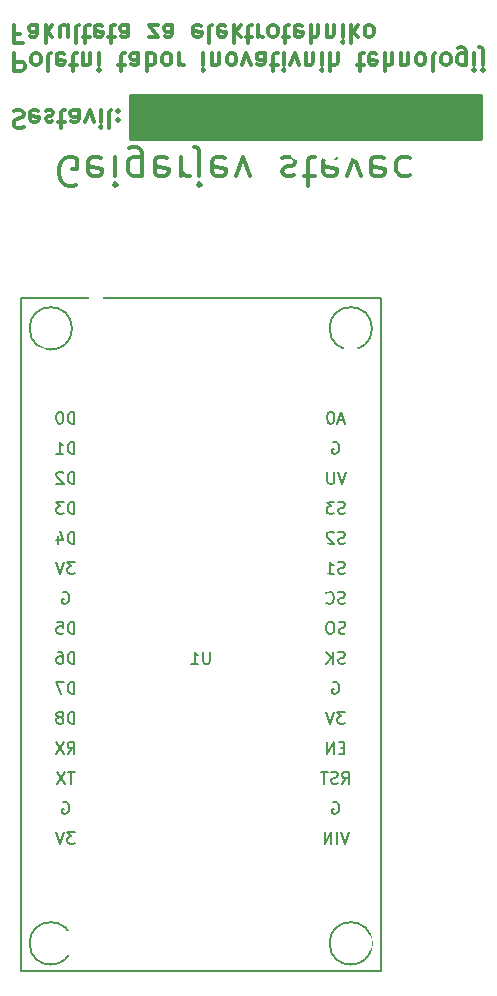
<source format=gbo>
G04 #@! TF.FileFunction,Legend,Bot*
%FSLAX46Y46*%
G04 Gerber Fmt 4.6, Leading zero omitted, Abs format (unit mm)*
G04 Created by KiCad (PCBNEW 4.0.2+dfsg1-stable) date Thu 25 May 2017 10:32:05 AM CEST*
%MOMM*%
G01*
G04 APERTURE LIST*
%ADD10C,0.100000*%
%ADD11C,0.300000*%
%ADD12C,0.150000*%
%ADD13C,0.254000*%
%ADD14C,1.998980*%
%ADD15C,2.000000*%
%ADD16O,3.800000X3.800000*%
%ADD17R,1.300000X1.300000*%
%ADD18C,1.300000*%
%ADD19O,1.000000X1.600000*%
%ADD20C,1.524000*%
%ADD21O,2.300000X1.600000*%
%ADD22R,2.000000X2.000000*%
%ADD23R,2.032000X2.032000*%
%ADD24O,2.032000X2.032000*%
%ADD25O,2.600000X1.800000*%
%ADD26C,3.000000*%
G04 APERTURE END LIST*
D10*
D11*
X140547620Y-46250000D02*
X140309525Y-46369048D01*
X139952382Y-46369048D01*
X139595239Y-46250000D01*
X139357144Y-46011905D01*
X139238096Y-45773810D01*
X139119048Y-45297619D01*
X139119048Y-44940476D01*
X139238096Y-44464286D01*
X139357144Y-44226190D01*
X139595239Y-43988095D01*
X139952382Y-43869048D01*
X140190477Y-43869048D01*
X140547620Y-43988095D01*
X140666668Y-44107143D01*
X140666668Y-44940476D01*
X140190477Y-44940476D01*
X142690477Y-43988095D02*
X142452382Y-43869048D01*
X141976191Y-43869048D01*
X141738096Y-43988095D01*
X141619048Y-44226190D01*
X141619048Y-45178571D01*
X141738096Y-45416667D01*
X141976191Y-45535714D01*
X142452382Y-45535714D01*
X142690477Y-45416667D01*
X142809525Y-45178571D01*
X142809525Y-44940476D01*
X141619048Y-44702381D01*
X143880953Y-43869048D02*
X143880953Y-45535714D01*
X143880953Y-46369048D02*
X143761905Y-46250000D01*
X143880953Y-46130952D01*
X144000001Y-46250000D01*
X143880953Y-46369048D01*
X143880953Y-46130952D01*
X146142858Y-45535714D02*
X146142858Y-43511905D01*
X146023810Y-43273810D01*
X145904762Y-43154762D01*
X145666667Y-43035714D01*
X145309524Y-43035714D01*
X145071429Y-43154762D01*
X146142858Y-43988095D02*
X145904762Y-43869048D01*
X145428572Y-43869048D01*
X145190477Y-43988095D01*
X145071429Y-44107143D01*
X144952381Y-44345238D01*
X144952381Y-45059524D01*
X145071429Y-45297619D01*
X145190477Y-45416667D01*
X145428572Y-45535714D01*
X145904762Y-45535714D01*
X146142858Y-45416667D01*
X148285715Y-43988095D02*
X148047620Y-43869048D01*
X147571429Y-43869048D01*
X147333334Y-43988095D01*
X147214286Y-44226190D01*
X147214286Y-45178571D01*
X147333334Y-45416667D01*
X147571429Y-45535714D01*
X148047620Y-45535714D01*
X148285715Y-45416667D01*
X148404763Y-45178571D01*
X148404763Y-44940476D01*
X147214286Y-44702381D01*
X149476191Y-43869048D02*
X149476191Y-45535714D01*
X149476191Y-45059524D02*
X149595239Y-45297619D01*
X149714286Y-45416667D01*
X149952382Y-45535714D01*
X150190477Y-45535714D01*
X151023810Y-45535714D02*
X151023810Y-43392857D01*
X150904762Y-43154762D01*
X150666667Y-43035714D01*
X150547620Y-43035714D01*
X151023810Y-46369048D02*
X150904762Y-46250000D01*
X151023810Y-46130952D01*
X151142858Y-46250000D01*
X151023810Y-46369048D01*
X151023810Y-46130952D01*
X153166667Y-43988095D02*
X152928572Y-43869048D01*
X152452381Y-43869048D01*
X152214286Y-43988095D01*
X152095238Y-44226190D01*
X152095238Y-45178571D01*
X152214286Y-45416667D01*
X152452381Y-45535714D01*
X152928572Y-45535714D01*
X153166667Y-45416667D01*
X153285715Y-45178571D01*
X153285715Y-44940476D01*
X152095238Y-44702381D01*
X154119048Y-45535714D02*
X154714286Y-43869048D01*
X155309524Y-45535714D01*
X158047619Y-43988095D02*
X158285715Y-43869048D01*
X158761905Y-43869048D01*
X159000000Y-43988095D01*
X159119048Y-44226190D01*
X159119048Y-44345238D01*
X159000000Y-44583333D01*
X158761905Y-44702381D01*
X158404762Y-44702381D01*
X158166667Y-44821429D01*
X158047619Y-45059524D01*
X158047619Y-45178571D01*
X158166667Y-45416667D01*
X158404762Y-45535714D01*
X158761905Y-45535714D01*
X159000000Y-45416667D01*
X159833334Y-45535714D02*
X160785715Y-45535714D01*
X160190477Y-46369048D02*
X160190477Y-44226190D01*
X160309525Y-43988095D01*
X160547620Y-43869048D01*
X160785715Y-43869048D01*
X162571429Y-43988095D02*
X162333334Y-43869048D01*
X161857143Y-43869048D01*
X161619048Y-43988095D01*
X161500000Y-44226190D01*
X161500000Y-45178571D01*
X161619048Y-45416667D01*
X161857143Y-45535714D01*
X162333334Y-45535714D01*
X162571429Y-45416667D01*
X162690477Y-45178571D01*
X162690477Y-44940476D01*
X161500000Y-44702381D01*
X163523810Y-45535714D02*
X164119048Y-43869048D01*
X164714286Y-45535714D01*
X166619048Y-43988095D02*
X166380953Y-43869048D01*
X165904762Y-43869048D01*
X165666667Y-43988095D01*
X165547619Y-44226190D01*
X165547619Y-45178571D01*
X165666667Y-45416667D01*
X165904762Y-45535714D01*
X166380953Y-45535714D01*
X166619048Y-45416667D01*
X166738096Y-45178571D01*
X166738096Y-44940476D01*
X165547619Y-44702381D01*
X168880953Y-43988095D02*
X168642857Y-43869048D01*
X168166667Y-43869048D01*
X167928572Y-43988095D01*
X167809524Y-44107143D01*
X167690476Y-44345238D01*
X167690476Y-45059524D01*
X167809524Y-45297619D01*
X167928572Y-45416667D01*
X168166667Y-45535714D01*
X168642857Y-45535714D01*
X168880953Y-45416667D01*
X135285714Y-39992857D02*
X135500000Y-39921429D01*
X135857143Y-39921429D01*
X136000000Y-39992857D01*
X136071429Y-40064286D01*
X136142857Y-40207143D01*
X136142857Y-40350000D01*
X136071429Y-40492857D01*
X136000000Y-40564286D01*
X135857143Y-40635714D01*
X135571429Y-40707143D01*
X135428571Y-40778571D01*
X135357143Y-40850000D01*
X135285714Y-40992857D01*
X135285714Y-41135714D01*
X135357143Y-41278571D01*
X135428571Y-41350000D01*
X135571429Y-41421429D01*
X135928571Y-41421429D01*
X136142857Y-41350000D01*
X137357142Y-39992857D02*
X137214285Y-39921429D01*
X136928571Y-39921429D01*
X136785714Y-39992857D01*
X136714285Y-40135714D01*
X136714285Y-40707143D01*
X136785714Y-40850000D01*
X136928571Y-40921429D01*
X137214285Y-40921429D01*
X137357142Y-40850000D01*
X137428571Y-40707143D01*
X137428571Y-40564286D01*
X136714285Y-40421429D01*
X137999999Y-39992857D02*
X138142856Y-39921429D01*
X138428571Y-39921429D01*
X138571428Y-39992857D01*
X138642856Y-40135714D01*
X138642856Y-40207143D01*
X138571428Y-40350000D01*
X138428571Y-40421429D01*
X138214285Y-40421429D01*
X138071428Y-40492857D01*
X137999999Y-40635714D01*
X137999999Y-40707143D01*
X138071428Y-40850000D01*
X138214285Y-40921429D01*
X138428571Y-40921429D01*
X138571428Y-40850000D01*
X139071428Y-40921429D02*
X139642857Y-40921429D01*
X139285714Y-41421429D02*
X139285714Y-40135714D01*
X139357142Y-39992857D01*
X139500000Y-39921429D01*
X139642857Y-39921429D01*
X140785714Y-39921429D02*
X140785714Y-40707143D01*
X140714285Y-40850000D01*
X140571428Y-40921429D01*
X140285714Y-40921429D01*
X140142857Y-40850000D01*
X140785714Y-39992857D02*
X140642857Y-39921429D01*
X140285714Y-39921429D01*
X140142857Y-39992857D01*
X140071428Y-40135714D01*
X140071428Y-40278571D01*
X140142857Y-40421429D01*
X140285714Y-40492857D01*
X140642857Y-40492857D01*
X140785714Y-40564286D01*
X141357143Y-40921429D02*
X141714286Y-39921429D01*
X142071428Y-40921429D01*
X142642857Y-39921429D02*
X142642857Y-40921429D01*
X142642857Y-41421429D02*
X142571428Y-41350000D01*
X142642857Y-41278571D01*
X142714285Y-41350000D01*
X142642857Y-41421429D01*
X142642857Y-41278571D01*
X143571429Y-39921429D02*
X143428571Y-39992857D01*
X143357143Y-40135714D01*
X143357143Y-41421429D01*
X144142857Y-40064286D02*
X144214285Y-39992857D01*
X144142857Y-39921429D01*
X144071428Y-39992857D01*
X144142857Y-40064286D01*
X144142857Y-39921429D01*
X144142857Y-40850000D02*
X144214285Y-40778571D01*
X144142857Y-40707143D01*
X144071428Y-40778571D01*
X144142857Y-40850000D01*
X144142857Y-40707143D01*
X135357143Y-35121429D02*
X135357143Y-36621429D01*
X135928571Y-36621429D01*
X136071429Y-36550000D01*
X136142857Y-36478571D01*
X136214286Y-36335714D01*
X136214286Y-36121429D01*
X136142857Y-35978571D01*
X136071429Y-35907143D01*
X135928571Y-35835714D01*
X135357143Y-35835714D01*
X137071429Y-35121429D02*
X136928571Y-35192857D01*
X136857143Y-35264286D01*
X136785714Y-35407143D01*
X136785714Y-35835714D01*
X136857143Y-35978571D01*
X136928571Y-36050000D01*
X137071429Y-36121429D01*
X137285714Y-36121429D01*
X137428571Y-36050000D01*
X137500000Y-35978571D01*
X137571429Y-35835714D01*
X137571429Y-35407143D01*
X137500000Y-35264286D01*
X137428571Y-35192857D01*
X137285714Y-35121429D01*
X137071429Y-35121429D01*
X138428572Y-35121429D02*
X138285714Y-35192857D01*
X138214286Y-35335714D01*
X138214286Y-36621429D01*
X139571428Y-35192857D02*
X139428571Y-35121429D01*
X139142857Y-35121429D01*
X139000000Y-35192857D01*
X138928571Y-35335714D01*
X138928571Y-35907143D01*
X139000000Y-36050000D01*
X139142857Y-36121429D01*
X139428571Y-36121429D01*
X139571428Y-36050000D01*
X139642857Y-35907143D01*
X139642857Y-35764286D01*
X138928571Y-35621429D01*
X140071428Y-36121429D02*
X140642857Y-36121429D01*
X140285714Y-36621429D02*
X140285714Y-35335714D01*
X140357142Y-35192857D01*
X140500000Y-35121429D01*
X140642857Y-35121429D01*
X141142857Y-36121429D02*
X141142857Y-35121429D01*
X141142857Y-35978571D02*
X141214285Y-36050000D01*
X141357143Y-36121429D01*
X141571428Y-36121429D01*
X141714285Y-36050000D01*
X141785714Y-35907143D01*
X141785714Y-35121429D01*
X142500000Y-35121429D02*
X142500000Y-36121429D01*
X142500000Y-36621429D02*
X142428571Y-36550000D01*
X142500000Y-36478571D01*
X142571428Y-36550000D01*
X142500000Y-36621429D01*
X142500000Y-36478571D01*
X144142857Y-36121429D02*
X144714286Y-36121429D01*
X144357143Y-36621429D02*
X144357143Y-35335714D01*
X144428571Y-35192857D01*
X144571429Y-35121429D01*
X144714286Y-35121429D01*
X145857143Y-35121429D02*
X145857143Y-35907143D01*
X145785714Y-36050000D01*
X145642857Y-36121429D01*
X145357143Y-36121429D01*
X145214286Y-36050000D01*
X145857143Y-35192857D02*
X145714286Y-35121429D01*
X145357143Y-35121429D01*
X145214286Y-35192857D01*
X145142857Y-35335714D01*
X145142857Y-35478571D01*
X145214286Y-35621429D01*
X145357143Y-35692857D01*
X145714286Y-35692857D01*
X145857143Y-35764286D01*
X146571429Y-35121429D02*
X146571429Y-36621429D01*
X146571429Y-36050000D02*
X146714286Y-36121429D01*
X147000000Y-36121429D01*
X147142857Y-36050000D01*
X147214286Y-35978571D01*
X147285715Y-35835714D01*
X147285715Y-35407143D01*
X147214286Y-35264286D01*
X147142857Y-35192857D01*
X147000000Y-35121429D01*
X146714286Y-35121429D01*
X146571429Y-35192857D01*
X148142858Y-35121429D02*
X148000000Y-35192857D01*
X147928572Y-35264286D01*
X147857143Y-35407143D01*
X147857143Y-35835714D01*
X147928572Y-35978571D01*
X148000000Y-36050000D01*
X148142858Y-36121429D01*
X148357143Y-36121429D01*
X148500000Y-36050000D01*
X148571429Y-35978571D01*
X148642858Y-35835714D01*
X148642858Y-35407143D01*
X148571429Y-35264286D01*
X148500000Y-35192857D01*
X148357143Y-35121429D01*
X148142858Y-35121429D01*
X149285715Y-35121429D02*
X149285715Y-36121429D01*
X149285715Y-35835714D02*
X149357143Y-35978571D01*
X149428572Y-36050000D01*
X149571429Y-36121429D01*
X149714286Y-36121429D01*
X151357143Y-35121429D02*
X151357143Y-36121429D01*
X151357143Y-36621429D02*
X151285714Y-36550000D01*
X151357143Y-36478571D01*
X151428571Y-36550000D01*
X151357143Y-36621429D01*
X151357143Y-36478571D01*
X152071429Y-36121429D02*
X152071429Y-35121429D01*
X152071429Y-35978571D02*
X152142857Y-36050000D01*
X152285715Y-36121429D01*
X152500000Y-36121429D01*
X152642857Y-36050000D01*
X152714286Y-35907143D01*
X152714286Y-35121429D01*
X153642858Y-35121429D02*
X153500000Y-35192857D01*
X153428572Y-35264286D01*
X153357143Y-35407143D01*
X153357143Y-35835714D01*
X153428572Y-35978571D01*
X153500000Y-36050000D01*
X153642858Y-36121429D01*
X153857143Y-36121429D01*
X154000000Y-36050000D01*
X154071429Y-35978571D01*
X154142858Y-35835714D01*
X154142858Y-35407143D01*
X154071429Y-35264286D01*
X154000000Y-35192857D01*
X153857143Y-35121429D01*
X153642858Y-35121429D01*
X154642858Y-36121429D02*
X155000001Y-35121429D01*
X155357143Y-36121429D01*
X156571429Y-35121429D02*
X156571429Y-35907143D01*
X156500000Y-36050000D01*
X156357143Y-36121429D01*
X156071429Y-36121429D01*
X155928572Y-36050000D01*
X156571429Y-35192857D02*
X156428572Y-35121429D01*
X156071429Y-35121429D01*
X155928572Y-35192857D01*
X155857143Y-35335714D01*
X155857143Y-35478571D01*
X155928572Y-35621429D01*
X156071429Y-35692857D01*
X156428572Y-35692857D01*
X156571429Y-35764286D01*
X157071429Y-36121429D02*
X157642858Y-36121429D01*
X157285715Y-36621429D02*
X157285715Y-35335714D01*
X157357143Y-35192857D01*
X157500001Y-35121429D01*
X157642858Y-35121429D01*
X158142858Y-35121429D02*
X158142858Y-36121429D01*
X158142858Y-36621429D02*
X158071429Y-36550000D01*
X158142858Y-36478571D01*
X158214286Y-36550000D01*
X158142858Y-36621429D01*
X158142858Y-36478571D01*
X158714287Y-36121429D02*
X159071430Y-35121429D01*
X159428572Y-36121429D01*
X160000001Y-36121429D02*
X160000001Y-35121429D01*
X160000001Y-35978571D02*
X160071429Y-36050000D01*
X160214287Y-36121429D01*
X160428572Y-36121429D01*
X160571429Y-36050000D01*
X160642858Y-35907143D01*
X160642858Y-35121429D01*
X161357144Y-35121429D02*
X161357144Y-36121429D01*
X161357144Y-36621429D02*
X161285715Y-36550000D01*
X161357144Y-36478571D01*
X161428572Y-36550000D01*
X161357144Y-36621429D01*
X161357144Y-36478571D01*
X162071430Y-35121429D02*
X162071430Y-36621429D01*
X162714287Y-35121429D02*
X162714287Y-35907143D01*
X162642858Y-36050000D01*
X162500001Y-36121429D01*
X162285716Y-36121429D01*
X162142858Y-36050000D01*
X162071430Y-35978571D01*
X164357144Y-36121429D02*
X164928573Y-36121429D01*
X164571430Y-36621429D02*
X164571430Y-35335714D01*
X164642858Y-35192857D01*
X164785716Y-35121429D01*
X164928573Y-35121429D01*
X166000001Y-35192857D02*
X165857144Y-35121429D01*
X165571430Y-35121429D01*
X165428573Y-35192857D01*
X165357144Y-35335714D01*
X165357144Y-35907143D01*
X165428573Y-36050000D01*
X165571430Y-36121429D01*
X165857144Y-36121429D01*
X166000001Y-36050000D01*
X166071430Y-35907143D01*
X166071430Y-35764286D01*
X165357144Y-35621429D01*
X166714287Y-35121429D02*
X166714287Y-36621429D01*
X167357144Y-35121429D02*
X167357144Y-35907143D01*
X167285715Y-36050000D01*
X167142858Y-36121429D01*
X166928573Y-36121429D01*
X166785715Y-36050000D01*
X166714287Y-35978571D01*
X168071430Y-36121429D02*
X168071430Y-35121429D01*
X168071430Y-35978571D02*
X168142858Y-36050000D01*
X168285716Y-36121429D01*
X168500001Y-36121429D01*
X168642858Y-36050000D01*
X168714287Y-35907143D01*
X168714287Y-35121429D01*
X169642859Y-35121429D02*
X169500001Y-35192857D01*
X169428573Y-35264286D01*
X169357144Y-35407143D01*
X169357144Y-35835714D01*
X169428573Y-35978571D01*
X169500001Y-36050000D01*
X169642859Y-36121429D01*
X169857144Y-36121429D01*
X170000001Y-36050000D01*
X170071430Y-35978571D01*
X170142859Y-35835714D01*
X170142859Y-35407143D01*
X170071430Y-35264286D01*
X170000001Y-35192857D01*
X169857144Y-35121429D01*
X169642859Y-35121429D01*
X171000002Y-35121429D02*
X170857144Y-35192857D01*
X170785716Y-35335714D01*
X170785716Y-36621429D01*
X171785716Y-35121429D02*
X171642858Y-35192857D01*
X171571430Y-35264286D01*
X171500001Y-35407143D01*
X171500001Y-35835714D01*
X171571430Y-35978571D01*
X171642858Y-36050000D01*
X171785716Y-36121429D01*
X172000001Y-36121429D01*
X172142858Y-36050000D01*
X172214287Y-35978571D01*
X172285716Y-35835714D01*
X172285716Y-35407143D01*
X172214287Y-35264286D01*
X172142858Y-35192857D01*
X172000001Y-35121429D01*
X171785716Y-35121429D01*
X173571430Y-36121429D02*
X173571430Y-34907143D01*
X173500001Y-34764286D01*
X173428573Y-34692857D01*
X173285716Y-34621429D01*
X173071430Y-34621429D01*
X172928573Y-34692857D01*
X173571430Y-35192857D02*
X173428573Y-35121429D01*
X173142859Y-35121429D01*
X173000001Y-35192857D01*
X172928573Y-35264286D01*
X172857144Y-35407143D01*
X172857144Y-35835714D01*
X172928573Y-35978571D01*
X173000001Y-36050000D01*
X173142859Y-36121429D01*
X173428573Y-36121429D01*
X173571430Y-36050000D01*
X174285716Y-35121429D02*
X174285716Y-36121429D01*
X174285716Y-36621429D02*
X174214287Y-36550000D01*
X174285716Y-36478571D01*
X174357144Y-36550000D01*
X174285716Y-36621429D01*
X174285716Y-36478571D01*
X175000002Y-36121429D02*
X175000002Y-34835714D01*
X174928573Y-34692857D01*
X174785716Y-34621429D01*
X174714288Y-34621429D01*
X175000002Y-36621429D02*
X174928573Y-36550000D01*
X175000002Y-36478571D01*
X175071430Y-36550000D01*
X175000002Y-36621429D01*
X175000002Y-36478571D01*
X135857143Y-33507143D02*
X135357143Y-33507143D01*
X135357143Y-32721429D02*
X135357143Y-34221429D01*
X136071429Y-34221429D01*
X137285714Y-32721429D02*
X137285714Y-33507143D01*
X137214285Y-33650000D01*
X137071428Y-33721429D01*
X136785714Y-33721429D01*
X136642857Y-33650000D01*
X137285714Y-32792857D02*
X137142857Y-32721429D01*
X136785714Y-32721429D01*
X136642857Y-32792857D01*
X136571428Y-32935714D01*
X136571428Y-33078571D01*
X136642857Y-33221429D01*
X136785714Y-33292857D01*
X137142857Y-33292857D01*
X137285714Y-33364286D01*
X138000000Y-32721429D02*
X138000000Y-34221429D01*
X138142857Y-33292857D02*
X138571428Y-32721429D01*
X138571428Y-33721429D02*
X138000000Y-33150000D01*
X139857143Y-33721429D02*
X139857143Y-32721429D01*
X139214286Y-33721429D02*
X139214286Y-32935714D01*
X139285714Y-32792857D01*
X139428572Y-32721429D01*
X139642857Y-32721429D01*
X139785714Y-32792857D01*
X139857143Y-32864286D01*
X140785715Y-32721429D02*
X140642857Y-32792857D01*
X140571429Y-32935714D01*
X140571429Y-34221429D01*
X141142857Y-33721429D02*
X141714286Y-33721429D01*
X141357143Y-34221429D02*
X141357143Y-32935714D01*
X141428571Y-32792857D01*
X141571429Y-32721429D01*
X141714286Y-32721429D01*
X142785714Y-32792857D02*
X142642857Y-32721429D01*
X142357143Y-32721429D01*
X142214286Y-32792857D01*
X142142857Y-32935714D01*
X142142857Y-33507143D01*
X142214286Y-33650000D01*
X142357143Y-33721429D01*
X142642857Y-33721429D01*
X142785714Y-33650000D01*
X142857143Y-33507143D01*
X142857143Y-33364286D01*
X142142857Y-33221429D01*
X143285714Y-33721429D02*
X143857143Y-33721429D01*
X143500000Y-34221429D02*
X143500000Y-32935714D01*
X143571428Y-32792857D01*
X143714286Y-32721429D01*
X143857143Y-32721429D01*
X145000000Y-32721429D02*
X145000000Y-33507143D01*
X144928571Y-33650000D01*
X144785714Y-33721429D01*
X144500000Y-33721429D01*
X144357143Y-33650000D01*
X145000000Y-32792857D02*
X144857143Y-32721429D01*
X144500000Y-32721429D01*
X144357143Y-32792857D01*
X144285714Y-32935714D01*
X144285714Y-33078571D01*
X144357143Y-33221429D01*
X144500000Y-33292857D01*
X144857143Y-33292857D01*
X145000000Y-33364286D01*
X146714286Y-33721429D02*
X147500000Y-33721429D01*
X146714286Y-32721429D01*
X147500000Y-32721429D01*
X148714286Y-32721429D02*
X148714286Y-33507143D01*
X148642857Y-33650000D01*
X148500000Y-33721429D01*
X148214286Y-33721429D01*
X148071429Y-33650000D01*
X148714286Y-32792857D02*
X148571429Y-32721429D01*
X148214286Y-32721429D01*
X148071429Y-32792857D01*
X148000000Y-32935714D01*
X148000000Y-33078571D01*
X148071429Y-33221429D01*
X148214286Y-33292857D01*
X148571429Y-33292857D01*
X148714286Y-33364286D01*
X151142857Y-32792857D02*
X151000000Y-32721429D01*
X150714286Y-32721429D01*
X150571429Y-32792857D01*
X150500000Y-32935714D01*
X150500000Y-33507143D01*
X150571429Y-33650000D01*
X150714286Y-33721429D01*
X151000000Y-33721429D01*
X151142857Y-33650000D01*
X151214286Y-33507143D01*
X151214286Y-33364286D01*
X150500000Y-33221429D01*
X152071429Y-32721429D02*
X151928571Y-32792857D01*
X151857143Y-32935714D01*
X151857143Y-34221429D01*
X153214285Y-32792857D02*
X153071428Y-32721429D01*
X152785714Y-32721429D01*
X152642857Y-32792857D01*
X152571428Y-32935714D01*
X152571428Y-33507143D01*
X152642857Y-33650000D01*
X152785714Y-33721429D01*
X153071428Y-33721429D01*
X153214285Y-33650000D01*
X153285714Y-33507143D01*
X153285714Y-33364286D01*
X152571428Y-33221429D01*
X153928571Y-32721429D02*
X153928571Y-34221429D01*
X154071428Y-33292857D02*
X154499999Y-32721429D01*
X154499999Y-33721429D02*
X153928571Y-33150000D01*
X154928571Y-33721429D02*
X155500000Y-33721429D01*
X155142857Y-34221429D02*
X155142857Y-32935714D01*
X155214285Y-32792857D01*
X155357143Y-32721429D01*
X155500000Y-32721429D01*
X156000000Y-32721429D02*
X156000000Y-33721429D01*
X156000000Y-33435714D02*
X156071428Y-33578571D01*
X156142857Y-33650000D01*
X156285714Y-33721429D01*
X156428571Y-33721429D01*
X157142857Y-32721429D02*
X156999999Y-32792857D01*
X156928571Y-32864286D01*
X156857142Y-33007143D01*
X156857142Y-33435714D01*
X156928571Y-33578571D01*
X156999999Y-33650000D01*
X157142857Y-33721429D01*
X157357142Y-33721429D01*
X157499999Y-33650000D01*
X157571428Y-33578571D01*
X157642857Y-33435714D01*
X157642857Y-33007143D01*
X157571428Y-32864286D01*
X157499999Y-32792857D01*
X157357142Y-32721429D01*
X157142857Y-32721429D01*
X158071428Y-33721429D02*
X158642857Y-33721429D01*
X158285714Y-34221429D02*
X158285714Y-32935714D01*
X158357142Y-32792857D01*
X158500000Y-32721429D01*
X158642857Y-32721429D01*
X159714285Y-32792857D02*
X159571428Y-32721429D01*
X159285714Y-32721429D01*
X159142857Y-32792857D01*
X159071428Y-32935714D01*
X159071428Y-33507143D01*
X159142857Y-33650000D01*
X159285714Y-33721429D01*
X159571428Y-33721429D01*
X159714285Y-33650000D01*
X159785714Y-33507143D01*
X159785714Y-33364286D01*
X159071428Y-33221429D01*
X160428571Y-32721429D02*
X160428571Y-34221429D01*
X161071428Y-32721429D02*
X161071428Y-33507143D01*
X160999999Y-33650000D01*
X160857142Y-33721429D01*
X160642857Y-33721429D01*
X160499999Y-33650000D01*
X160428571Y-33578571D01*
X161785714Y-33721429D02*
X161785714Y-32721429D01*
X161785714Y-33578571D02*
X161857142Y-33650000D01*
X162000000Y-33721429D01*
X162214285Y-33721429D01*
X162357142Y-33650000D01*
X162428571Y-33507143D01*
X162428571Y-32721429D01*
X163142857Y-32721429D02*
X163142857Y-33721429D01*
X163142857Y-34221429D02*
X163071428Y-34150000D01*
X163142857Y-34078571D01*
X163214285Y-34150000D01*
X163142857Y-34221429D01*
X163142857Y-34078571D01*
X163857143Y-32721429D02*
X163857143Y-34221429D01*
X164000000Y-33292857D02*
X164428571Y-32721429D01*
X164428571Y-33721429D02*
X163857143Y-33150000D01*
X165285715Y-32721429D02*
X165142857Y-32792857D01*
X165071429Y-32864286D01*
X165000000Y-33007143D01*
X165000000Y-33435714D01*
X165071429Y-33578571D01*
X165142857Y-33650000D01*
X165285715Y-33721429D01*
X165500000Y-33721429D01*
X165642857Y-33650000D01*
X165714286Y-33578571D01*
X165785715Y-33435714D01*
X165785715Y-33007143D01*
X165714286Y-32864286D01*
X165642857Y-32792857D01*
X165500000Y-32721429D01*
X165285715Y-32721429D01*
D12*
X140226051Y-110490000D02*
G75*
G03X140226051Y-110490000I-1796051J0D01*
G01*
X165626051Y-110490000D02*
G75*
G03X165626051Y-110490000I-1796051J0D01*
G01*
X165626051Y-58420000D02*
G75*
G03X165626051Y-58420000I-1796051J0D01*
G01*
X140226051Y-58420000D02*
G75*
G03X140226051Y-58420000I-1796051J0D01*
G01*
X135880000Y-55860000D02*
X165880000Y-55860000D01*
X165880000Y-55860000D02*
X166380000Y-55860000D01*
X166380000Y-55860000D02*
X166380000Y-112860000D01*
X166380000Y-112860000D02*
X135880000Y-112860000D01*
X135880000Y-112860000D02*
X135880000Y-55860000D01*
X151891905Y-85812381D02*
X151891905Y-86621905D01*
X151844286Y-86717143D01*
X151796667Y-86764762D01*
X151701429Y-86812381D01*
X151510952Y-86812381D01*
X151415714Y-86764762D01*
X151368095Y-86717143D01*
X151320476Y-86621905D01*
X151320476Y-85812381D01*
X150320476Y-86812381D02*
X150891905Y-86812381D01*
X150606191Y-86812381D02*
X150606191Y-85812381D01*
X150701429Y-85955238D01*
X150796667Y-86050476D01*
X150891905Y-86098095D01*
X163655238Y-101052381D02*
X163321905Y-102052381D01*
X162988571Y-101052381D01*
X162655238Y-102052381D02*
X162655238Y-101052381D01*
X162179048Y-102052381D02*
X162179048Y-101052381D01*
X161607619Y-102052381D01*
X161607619Y-101052381D01*
X162298095Y-98560000D02*
X162393333Y-98512381D01*
X162536190Y-98512381D01*
X162679048Y-98560000D01*
X162774286Y-98655238D01*
X162821905Y-98750476D01*
X162869524Y-98940952D01*
X162869524Y-99083810D01*
X162821905Y-99274286D01*
X162774286Y-99369524D01*
X162679048Y-99464762D01*
X162536190Y-99512381D01*
X162440952Y-99512381D01*
X162298095Y-99464762D01*
X162250476Y-99417143D01*
X162250476Y-99083810D01*
X162440952Y-99083810D01*
X163107619Y-96972381D02*
X163440953Y-96496190D01*
X163679048Y-96972381D02*
X163679048Y-95972381D01*
X163298095Y-95972381D01*
X163202857Y-96020000D01*
X163155238Y-96067619D01*
X163107619Y-96162857D01*
X163107619Y-96305714D01*
X163155238Y-96400952D01*
X163202857Y-96448571D01*
X163298095Y-96496190D01*
X163679048Y-96496190D01*
X162726667Y-96924762D02*
X162583810Y-96972381D01*
X162345714Y-96972381D01*
X162250476Y-96924762D01*
X162202857Y-96877143D01*
X162155238Y-96781905D01*
X162155238Y-96686667D01*
X162202857Y-96591429D01*
X162250476Y-96543810D01*
X162345714Y-96496190D01*
X162536191Y-96448571D01*
X162631429Y-96400952D01*
X162679048Y-96353333D01*
X162726667Y-96258095D01*
X162726667Y-96162857D01*
X162679048Y-96067619D01*
X162631429Y-96020000D01*
X162536191Y-95972381D01*
X162298095Y-95972381D01*
X162155238Y-96020000D01*
X161869524Y-95972381D02*
X161298095Y-95972381D01*
X161583810Y-96972381D02*
X161583810Y-95972381D01*
X163298095Y-93908571D02*
X162964761Y-93908571D01*
X162821904Y-94432381D02*
X163298095Y-94432381D01*
X163298095Y-93432381D01*
X162821904Y-93432381D01*
X162393333Y-94432381D02*
X162393333Y-93432381D01*
X161821904Y-94432381D01*
X161821904Y-93432381D01*
X163321905Y-90892381D02*
X162702857Y-90892381D01*
X163036191Y-91273333D01*
X162893333Y-91273333D01*
X162798095Y-91320952D01*
X162750476Y-91368571D01*
X162702857Y-91463810D01*
X162702857Y-91701905D01*
X162750476Y-91797143D01*
X162798095Y-91844762D01*
X162893333Y-91892381D01*
X163179048Y-91892381D01*
X163274286Y-91844762D01*
X163321905Y-91797143D01*
X162417143Y-90892381D02*
X162083810Y-91892381D01*
X161750476Y-90892381D01*
X162298095Y-88400000D02*
X162393333Y-88352381D01*
X162536190Y-88352381D01*
X162679048Y-88400000D01*
X162774286Y-88495238D01*
X162821905Y-88590476D01*
X162869524Y-88780952D01*
X162869524Y-88923810D01*
X162821905Y-89114286D01*
X162774286Y-89209524D01*
X162679048Y-89304762D01*
X162536190Y-89352381D01*
X162440952Y-89352381D01*
X162298095Y-89304762D01*
X162250476Y-89257143D01*
X162250476Y-88923810D01*
X162440952Y-88923810D01*
X163345714Y-86764762D02*
X163202857Y-86812381D01*
X162964761Y-86812381D01*
X162869523Y-86764762D01*
X162821904Y-86717143D01*
X162774285Y-86621905D01*
X162774285Y-86526667D01*
X162821904Y-86431429D01*
X162869523Y-86383810D01*
X162964761Y-86336190D01*
X163155238Y-86288571D01*
X163250476Y-86240952D01*
X163298095Y-86193333D01*
X163345714Y-86098095D01*
X163345714Y-86002857D01*
X163298095Y-85907619D01*
X163250476Y-85860000D01*
X163155238Y-85812381D01*
X162917142Y-85812381D01*
X162774285Y-85860000D01*
X162345714Y-86812381D02*
X162345714Y-85812381D01*
X161774285Y-86812381D02*
X162202857Y-86240952D01*
X161774285Y-85812381D02*
X162345714Y-86383810D01*
X163369524Y-84224762D02*
X163226667Y-84272381D01*
X162988571Y-84272381D01*
X162893333Y-84224762D01*
X162845714Y-84177143D01*
X162798095Y-84081905D01*
X162798095Y-83986667D01*
X162845714Y-83891429D01*
X162893333Y-83843810D01*
X162988571Y-83796190D01*
X163179048Y-83748571D01*
X163274286Y-83700952D01*
X163321905Y-83653333D01*
X163369524Y-83558095D01*
X163369524Y-83462857D01*
X163321905Y-83367619D01*
X163274286Y-83320000D01*
X163179048Y-83272381D01*
X162940952Y-83272381D01*
X162798095Y-83320000D01*
X162179048Y-83272381D02*
X161988571Y-83272381D01*
X161893333Y-83320000D01*
X161798095Y-83415238D01*
X161750476Y-83605714D01*
X161750476Y-83939048D01*
X161798095Y-84129524D01*
X161893333Y-84224762D01*
X161988571Y-84272381D01*
X162179048Y-84272381D01*
X162274286Y-84224762D01*
X162369524Y-84129524D01*
X162417143Y-83939048D01*
X162417143Y-83605714D01*
X162369524Y-83415238D01*
X162274286Y-83320000D01*
X162179048Y-83272381D01*
X163345714Y-81684762D02*
X163202857Y-81732381D01*
X162964761Y-81732381D01*
X162869523Y-81684762D01*
X162821904Y-81637143D01*
X162774285Y-81541905D01*
X162774285Y-81446667D01*
X162821904Y-81351429D01*
X162869523Y-81303810D01*
X162964761Y-81256190D01*
X163155238Y-81208571D01*
X163250476Y-81160952D01*
X163298095Y-81113333D01*
X163345714Y-81018095D01*
X163345714Y-80922857D01*
X163298095Y-80827619D01*
X163250476Y-80780000D01*
X163155238Y-80732381D01*
X162917142Y-80732381D01*
X162774285Y-80780000D01*
X161774285Y-81637143D02*
X161821904Y-81684762D01*
X161964761Y-81732381D01*
X162059999Y-81732381D01*
X162202857Y-81684762D01*
X162298095Y-81589524D01*
X162345714Y-81494286D01*
X162393333Y-81303810D01*
X162393333Y-81160952D01*
X162345714Y-80970476D01*
X162298095Y-80875238D01*
X162202857Y-80780000D01*
X162059999Y-80732381D01*
X161964761Y-80732381D01*
X161821904Y-80780000D01*
X161774285Y-80827619D01*
X163321905Y-79144762D02*
X163179048Y-79192381D01*
X162940952Y-79192381D01*
X162845714Y-79144762D01*
X162798095Y-79097143D01*
X162750476Y-79001905D01*
X162750476Y-78906667D01*
X162798095Y-78811429D01*
X162845714Y-78763810D01*
X162940952Y-78716190D01*
X163131429Y-78668571D01*
X163226667Y-78620952D01*
X163274286Y-78573333D01*
X163321905Y-78478095D01*
X163321905Y-78382857D01*
X163274286Y-78287619D01*
X163226667Y-78240000D01*
X163131429Y-78192381D01*
X162893333Y-78192381D01*
X162750476Y-78240000D01*
X161798095Y-79192381D02*
X162369524Y-79192381D01*
X162083810Y-79192381D02*
X162083810Y-78192381D01*
X162179048Y-78335238D01*
X162274286Y-78430476D01*
X162369524Y-78478095D01*
X163321905Y-76604762D02*
X163179048Y-76652381D01*
X162940952Y-76652381D01*
X162845714Y-76604762D01*
X162798095Y-76557143D01*
X162750476Y-76461905D01*
X162750476Y-76366667D01*
X162798095Y-76271429D01*
X162845714Y-76223810D01*
X162940952Y-76176190D01*
X163131429Y-76128571D01*
X163226667Y-76080952D01*
X163274286Y-76033333D01*
X163321905Y-75938095D01*
X163321905Y-75842857D01*
X163274286Y-75747619D01*
X163226667Y-75700000D01*
X163131429Y-75652381D01*
X162893333Y-75652381D01*
X162750476Y-75700000D01*
X162369524Y-75747619D02*
X162321905Y-75700000D01*
X162226667Y-75652381D01*
X161988571Y-75652381D01*
X161893333Y-75700000D01*
X161845714Y-75747619D01*
X161798095Y-75842857D01*
X161798095Y-75938095D01*
X161845714Y-76080952D01*
X162417143Y-76652381D01*
X161798095Y-76652381D01*
X163321905Y-74064762D02*
X163179048Y-74112381D01*
X162940952Y-74112381D01*
X162845714Y-74064762D01*
X162798095Y-74017143D01*
X162750476Y-73921905D01*
X162750476Y-73826667D01*
X162798095Y-73731429D01*
X162845714Y-73683810D01*
X162940952Y-73636190D01*
X163131429Y-73588571D01*
X163226667Y-73540952D01*
X163274286Y-73493333D01*
X163321905Y-73398095D01*
X163321905Y-73302857D01*
X163274286Y-73207619D01*
X163226667Y-73160000D01*
X163131429Y-73112381D01*
X162893333Y-73112381D01*
X162750476Y-73160000D01*
X162417143Y-73112381D02*
X161798095Y-73112381D01*
X162131429Y-73493333D01*
X161988571Y-73493333D01*
X161893333Y-73540952D01*
X161845714Y-73588571D01*
X161798095Y-73683810D01*
X161798095Y-73921905D01*
X161845714Y-74017143D01*
X161893333Y-74064762D01*
X161988571Y-74112381D01*
X162274286Y-74112381D01*
X162369524Y-74064762D01*
X162417143Y-74017143D01*
X163417143Y-70572381D02*
X163083810Y-71572381D01*
X162750476Y-70572381D01*
X162417143Y-70572381D02*
X162417143Y-71381905D01*
X162369524Y-71477143D01*
X162321905Y-71524762D01*
X162226667Y-71572381D01*
X162036190Y-71572381D01*
X161940952Y-71524762D01*
X161893333Y-71477143D01*
X161845714Y-71381905D01*
X161845714Y-70572381D01*
X162298095Y-68080000D02*
X162393333Y-68032381D01*
X162536190Y-68032381D01*
X162679048Y-68080000D01*
X162774286Y-68175238D01*
X162821905Y-68270476D01*
X162869524Y-68460952D01*
X162869524Y-68603810D01*
X162821905Y-68794286D01*
X162774286Y-68889524D01*
X162679048Y-68984762D01*
X162536190Y-69032381D01*
X162440952Y-69032381D01*
X162298095Y-68984762D01*
X162250476Y-68937143D01*
X162250476Y-68603810D01*
X162440952Y-68603810D01*
X163274286Y-66206667D02*
X162798095Y-66206667D01*
X163369524Y-66492381D02*
X163036191Y-65492381D01*
X162702857Y-66492381D01*
X162179048Y-65492381D02*
X162083809Y-65492381D01*
X161988571Y-65540000D01*
X161940952Y-65587619D01*
X161893333Y-65682857D01*
X161845714Y-65873333D01*
X161845714Y-66111429D01*
X161893333Y-66301905D01*
X161940952Y-66397143D01*
X161988571Y-66444762D01*
X162083809Y-66492381D01*
X162179048Y-66492381D01*
X162274286Y-66444762D01*
X162321905Y-66397143D01*
X162369524Y-66301905D01*
X162417143Y-66111429D01*
X162417143Y-65873333D01*
X162369524Y-65682857D01*
X162321905Y-65587619D01*
X162274286Y-65540000D01*
X162179048Y-65492381D01*
X140461905Y-101052381D02*
X139842857Y-101052381D01*
X140176191Y-101433333D01*
X140033333Y-101433333D01*
X139938095Y-101480952D01*
X139890476Y-101528571D01*
X139842857Y-101623810D01*
X139842857Y-101861905D01*
X139890476Y-101957143D01*
X139938095Y-102004762D01*
X140033333Y-102052381D01*
X140319048Y-102052381D01*
X140414286Y-102004762D01*
X140461905Y-101957143D01*
X139557143Y-101052381D02*
X139223810Y-102052381D01*
X138890476Y-101052381D01*
X139438095Y-98560000D02*
X139533333Y-98512381D01*
X139676190Y-98512381D01*
X139819048Y-98560000D01*
X139914286Y-98655238D01*
X139961905Y-98750476D01*
X140009524Y-98940952D01*
X140009524Y-99083810D01*
X139961905Y-99274286D01*
X139914286Y-99369524D01*
X139819048Y-99464762D01*
X139676190Y-99512381D01*
X139580952Y-99512381D01*
X139438095Y-99464762D01*
X139390476Y-99417143D01*
X139390476Y-99083810D01*
X139580952Y-99083810D01*
X140461905Y-95972381D02*
X139890476Y-95972381D01*
X140176191Y-96972381D02*
X140176191Y-95972381D01*
X139652381Y-95972381D02*
X138985714Y-96972381D01*
X138985714Y-95972381D02*
X139652381Y-96972381D01*
X139866666Y-94432381D02*
X140200000Y-93956190D01*
X140438095Y-94432381D02*
X140438095Y-93432381D01*
X140057142Y-93432381D01*
X139961904Y-93480000D01*
X139914285Y-93527619D01*
X139866666Y-93622857D01*
X139866666Y-93765714D01*
X139914285Y-93860952D01*
X139961904Y-93908571D01*
X140057142Y-93956190D01*
X140438095Y-93956190D01*
X139533333Y-93432381D02*
X138866666Y-94432381D01*
X138866666Y-93432381D02*
X139533333Y-94432381D01*
X140438095Y-91892381D02*
X140438095Y-90892381D01*
X140200000Y-90892381D01*
X140057142Y-90940000D01*
X139961904Y-91035238D01*
X139914285Y-91130476D01*
X139866666Y-91320952D01*
X139866666Y-91463810D01*
X139914285Y-91654286D01*
X139961904Y-91749524D01*
X140057142Y-91844762D01*
X140200000Y-91892381D01*
X140438095Y-91892381D01*
X139295238Y-91320952D02*
X139390476Y-91273333D01*
X139438095Y-91225714D01*
X139485714Y-91130476D01*
X139485714Y-91082857D01*
X139438095Y-90987619D01*
X139390476Y-90940000D01*
X139295238Y-90892381D01*
X139104761Y-90892381D01*
X139009523Y-90940000D01*
X138961904Y-90987619D01*
X138914285Y-91082857D01*
X138914285Y-91130476D01*
X138961904Y-91225714D01*
X139009523Y-91273333D01*
X139104761Y-91320952D01*
X139295238Y-91320952D01*
X139390476Y-91368571D01*
X139438095Y-91416190D01*
X139485714Y-91511429D01*
X139485714Y-91701905D01*
X139438095Y-91797143D01*
X139390476Y-91844762D01*
X139295238Y-91892381D01*
X139104761Y-91892381D01*
X139009523Y-91844762D01*
X138961904Y-91797143D01*
X138914285Y-91701905D01*
X138914285Y-91511429D01*
X138961904Y-91416190D01*
X139009523Y-91368571D01*
X139104761Y-91320952D01*
X140438095Y-89352381D02*
X140438095Y-88352381D01*
X140200000Y-88352381D01*
X140057142Y-88400000D01*
X139961904Y-88495238D01*
X139914285Y-88590476D01*
X139866666Y-88780952D01*
X139866666Y-88923810D01*
X139914285Y-89114286D01*
X139961904Y-89209524D01*
X140057142Y-89304762D01*
X140200000Y-89352381D01*
X140438095Y-89352381D01*
X139533333Y-88352381D02*
X138866666Y-88352381D01*
X139295238Y-89352381D01*
X140438095Y-86812381D02*
X140438095Y-85812381D01*
X140200000Y-85812381D01*
X140057142Y-85860000D01*
X139961904Y-85955238D01*
X139914285Y-86050476D01*
X139866666Y-86240952D01*
X139866666Y-86383810D01*
X139914285Y-86574286D01*
X139961904Y-86669524D01*
X140057142Y-86764762D01*
X140200000Y-86812381D01*
X140438095Y-86812381D01*
X139009523Y-85812381D02*
X139200000Y-85812381D01*
X139295238Y-85860000D01*
X139342857Y-85907619D01*
X139438095Y-86050476D01*
X139485714Y-86240952D01*
X139485714Y-86621905D01*
X139438095Y-86717143D01*
X139390476Y-86764762D01*
X139295238Y-86812381D01*
X139104761Y-86812381D01*
X139009523Y-86764762D01*
X138961904Y-86717143D01*
X138914285Y-86621905D01*
X138914285Y-86383810D01*
X138961904Y-86288571D01*
X139009523Y-86240952D01*
X139104761Y-86193333D01*
X139295238Y-86193333D01*
X139390476Y-86240952D01*
X139438095Y-86288571D01*
X139485714Y-86383810D01*
X140438095Y-84272381D02*
X140438095Y-83272381D01*
X140200000Y-83272381D01*
X140057142Y-83320000D01*
X139961904Y-83415238D01*
X139914285Y-83510476D01*
X139866666Y-83700952D01*
X139866666Y-83843810D01*
X139914285Y-84034286D01*
X139961904Y-84129524D01*
X140057142Y-84224762D01*
X140200000Y-84272381D01*
X140438095Y-84272381D01*
X138961904Y-83272381D02*
X139438095Y-83272381D01*
X139485714Y-83748571D01*
X139438095Y-83700952D01*
X139342857Y-83653333D01*
X139104761Y-83653333D01*
X139009523Y-83700952D01*
X138961904Y-83748571D01*
X138914285Y-83843810D01*
X138914285Y-84081905D01*
X138961904Y-84177143D01*
X139009523Y-84224762D01*
X139104761Y-84272381D01*
X139342857Y-84272381D01*
X139438095Y-84224762D01*
X139485714Y-84177143D01*
X139438095Y-80780000D02*
X139533333Y-80732381D01*
X139676190Y-80732381D01*
X139819048Y-80780000D01*
X139914286Y-80875238D01*
X139961905Y-80970476D01*
X140009524Y-81160952D01*
X140009524Y-81303810D01*
X139961905Y-81494286D01*
X139914286Y-81589524D01*
X139819048Y-81684762D01*
X139676190Y-81732381D01*
X139580952Y-81732381D01*
X139438095Y-81684762D01*
X139390476Y-81637143D01*
X139390476Y-81303810D01*
X139580952Y-81303810D01*
X140461905Y-78192381D02*
X139842857Y-78192381D01*
X140176191Y-78573333D01*
X140033333Y-78573333D01*
X139938095Y-78620952D01*
X139890476Y-78668571D01*
X139842857Y-78763810D01*
X139842857Y-79001905D01*
X139890476Y-79097143D01*
X139938095Y-79144762D01*
X140033333Y-79192381D01*
X140319048Y-79192381D01*
X140414286Y-79144762D01*
X140461905Y-79097143D01*
X139557143Y-78192381D02*
X139223810Y-79192381D01*
X138890476Y-78192381D01*
X140438095Y-76652381D02*
X140438095Y-75652381D01*
X140200000Y-75652381D01*
X140057142Y-75700000D01*
X139961904Y-75795238D01*
X139914285Y-75890476D01*
X139866666Y-76080952D01*
X139866666Y-76223810D01*
X139914285Y-76414286D01*
X139961904Y-76509524D01*
X140057142Y-76604762D01*
X140200000Y-76652381D01*
X140438095Y-76652381D01*
X139009523Y-75985714D02*
X139009523Y-76652381D01*
X139247619Y-75604762D02*
X139485714Y-76319048D01*
X138866666Y-76319048D01*
X140438095Y-74112381D02*
X140438095Y-73112381D01*
X140200000Y-73112381D01*
X140057142Y-73160000D01*
X139961904Y-73255238D01*
X139914285Y-73350476D01*
X139866666Y-73540952D01*
X139866666Y-73683810D01*
X139914285Y-73874286D01*
X139961904Y-73969524D01*
X140057142Y-74064762D01*
X140200000Y-74112381D01*
X140438095Y-74112381D01*
X139533333Y-73112381D02*
X138914285Y-73112381D01*
X139247619Y-73493333D01*
X139104761Y-73493333D01*
X139009523Y-73540952D01*
X138961904Y-73588571D01*
X138914285Y-73683810D01*
X138914285Y-73921905D01*
X138961904Y-74017143D01*
X139009523Y-74064762D01*
X139104761Y-74112381D01*
X139390476Y-74112381D01*
X139485714Y-74064762D01*
X139533333Y-74017143D01*
X140438095Y-71572381D02*
X140438095Y-70572381D01*
X140200000Y-70572381D01*
X140057142Y-70620000D01*
X139961904Y-70715238D01*
X139914285Y-70810476D01*
X139866666Y-71000952D01*
X139866666Y-71143810D01*
X139914285Y-71334286D01*
X139961904Y-71429524D01*
X140057142Y-71524762D01*
X140200000Y-71572381D01*
X140438095Y-71572381D01*
X139485714Y-70667619D02*
X139438095Y-70620000D01*
X139342857Y-70572381D01*
X139104761Y-70572381D01*
X139009523Y-70620000D01*
X138961904Y-70667619D01*
X138914285Y-70762857D01*
X138914285Y-70858095D01*
X138961904Y-71000952D01*
X139533333Y-71572381D01*
X138914285Y-71572381D01*
X140438095Y-69032381D02*
X140438095Y-68032381D01*
X140200000Y-68032381D01*
X140057142Y-68080000D01*
X139961904Y-68175238D01*
X139914285Y-68270476D01*
X139866666Y-68460952D01*
X139866666Y-68603810D01*
X139914285Y-68794286D01*
X139961904Y-68889524D01*
X140057142Y-68984762D01*
X140200000Y-69032381D01*
X140438095Y-69032381D01*
X138914285Y-69032381D02*
X139485714Y-69032381D01*
X139200000Y-69032381D02*
X139200000Y-68032381D01*
X139295238Y-68175238D01*
X139390476Y-68270476D01*
X139485714Y-68318095D01*
X140438095Y-66492381D02*
X140438095Y-65492381D01*
X140200000Y-65492381D01*
X140057142Y-65540000D01*
X139961904Y-65635238D01*
X139914285Y-65730476D01*
X139866666Y-65920952D01*
X139866666Y-66063810D01*
X139914285Y-66254286D01*
X139961904Y-66349524D01*
X140057142Y-66444762D01*
X140200000Y-66492381D01*
X140438095Y-66492381D01*
X139247619Y-65492381D02*
X139152380Y-65492381D01*
X139057142Y-65540000D01*
X139009523Y-65587619D01*
X138961904Y-65682857D01*
X138914285Y-65873333D01*
X138914285Y-66111429D01*
X138961904Y-66301905D01*
X139009523Y-66397143D01*
X139057142Y-66444762D01*
X139152380Y-66492381D01*
X139247619Y-66492381D01*
X139342857Y-66444762D01*
X139390476Y-66397143D01*
X139438095Y-66301905D01*
X139485714Y-66111429D01*
X139485714Y-65873333D01*
X139438095Y-65682857D01*
X139390476Y-65587619D01*
X139342857Y-65540000D01*
X139247619Y-65492381D01*
D13*
G36*
X174873000Y-42373000D02*
X145127000Y-42373000D01*
X145127000Y-38627000D01*
X174873000Y-38627000D01*
X174873000Y-42373000D01*
X174873000Y-42373000D01*
G37*
X174873000Y-42373000D02*
X145127000Y-42373000D01*
X145127000Y-38627000D01*
X174873000Y-38627000D01*
X174873000Y-42373000D01*
%LPC*%
D14*
X163830000Y-60960000D03*
X163830000Y-50800000D03*
D15*
X165100000Y-66040000D03*
X165100000Y-68580000D03*
X165100000Y-71120000D03*
X165100000Y-73660000D03*
X165100000Y-76200000D03*
X165100000Y-78740000D03*
X165100000Y-81280000D03*
X165100000Y-83820000D03*
X165100000Y-86360000D03*
X165100000Y-88900000D03*
X165100000Y-91440000D03*
X165100000Y-93980000D03*
X165100000Y-96520000D03*
X165100000Y-99060000D03*
X165100000Y-101600000D03*
X137160000Y-101600000D03*
X137160000Y-99060000D03*
X137160000Y-96520000D03*
X137160000Y-93980000D03*
X137160000Y-91440000D03*
X137160000Y-88900000D03*
X137160000Y-86360000D03*
X137160000Y-83820000D03*
X137160000Y-81280000D03*
X137160000Y-78740000D03*
X137160000Y-76200000D03*
X137160000Y-73660000D03*
X137160000Y-71120000D03*
X137160000Y-68580000D03*
X137160000Y-66040000D03*
D14*
X168500000Y-64580000D03*
X168500000Y-54420000D03*
D16*
X133000000Y-50600000D03*
X133000000Y-58000000D03*
X133000000Y-109400000D03*
X133000000Y-102000000D03*
D17*
X160500000Y-84000000D03*
D18*
X155500000Y-84000000D03*
D14*
X172500000Y-54420000D03*
X172500000Y-64580000D03*
D19*
X163100000Y-110490000D03*
X161100000Y-110490000D03*
X165100000Y-110490000D03*
D20*
X167200000Y-110490000D03*
X159000000Y-110490000D03*
D21*
X153670000Y-72390000D03*
X153670000Y-74930000D03*
X153670000Y-77470000D03*
X153670000Y-80010000D03*
X161290000Y-80010000D03*
X161290000Y-77470000D03*
X161290000Y-74930000D03*
X161290000Y-72390000D03*
D15*
X166370000Y-46990000D03*
D22*
X156210000Y-46990000D03*
D14*
X142240000Y-46990000D03*
X152400000Y-46990000D03*
X147580000Y-61000000D03*
X137420000Y-61000000D03*
D23*
X140500000Y-110490000D03*
D24*
X143040000Y-110490000D03*
D23*
X168500000Y-73000000D03*
D24*
X168500000Y-70460000D03*
D17*
X158500000Y-103000000D03*
D18*
X156000000Y-103000000D03*
D17*
X149000000Y-80000000D03*
D18*
X146500000Y-80000000D03*
D17*
X142240000Y-50800000D03*
D18*
X142240000Y-55800000D03*
D17*
X158115000Y-99695000D03*
D18*
X158115000Y-97195000D03*
D17*
X148590000Y-76200000D03*
D18*
X148590000Y-73700000D03*
D14*
X168500000Y-86500000D03*
X168500000Y-76340000D03*
D25*
X142500000Y-99500000D03*
X142500000Y-96960000D03*
X142500000Y-94420000D03*
X142500000Y-91880000D03*
X142500000Y-89340000D03*
X142500000Y-86800000D03*
X142500000Y-84260000D03*
X142500000Y-81720000D03*
X142500000Y-79180000D03*
X142500000Y-76640000D03*
X142500000Y-74100000D03*
X142500000Y-71560000D03*
X142500000Y-69020000D03*
X142500000Y-66480000D03*
D26*
X142500000Y-104999100D03*
X173500700Y-104999100D03*
X173500700Y-30000520D03*
X142500000Y-30000520D03*
D20*
X162000000Y-43500000D03*
X159460000Y-43500000D03*
X164540000Y-43500000D03*
M02*

</source>
